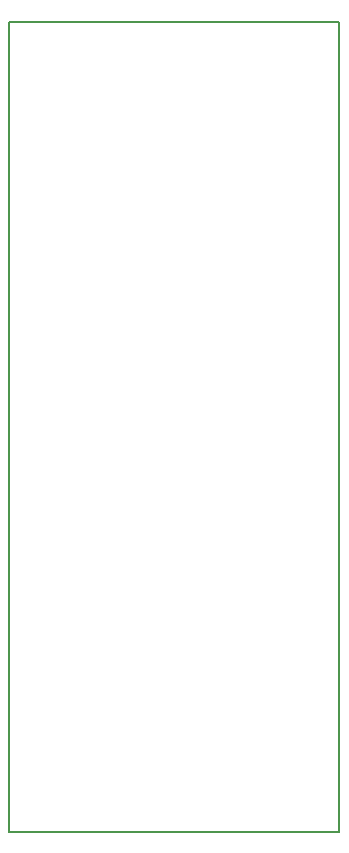
<source format=gbr>
%TF.GenerationSoftware,KiCad,Pcbnew,7.0.7-7.0.7~ubuntu22.04.1*%
%TF.CreationDate,2023-09-04T23:59:45-04:00*%
%TF.ProjectId,fd50to34,66643530-746f-4333-942e-6b696361645f,rev?*%
%TF.SameCoordinates,Original*%
%TF.FileFunction,Profile,NP*%
%FSLAX46Y46*%
G04 Gerber Fmt 4.6, Leading zero omitted, Abs format (unit mm)*
G04 Created by KiCad (PCBNEW 7.0.7-7.0.7~ubuntu22.04.1) date 2023-09-04 23:59:45*
%MOMM*%
%LPD*%
G01*
G04 APERTURE LIST*
%TA.AperFunction,Profile*%
%ADD10C,0.200000*%
%TD*%
G04 APERTURE END LIST*
D10*
X-3810000Y3810000D02*
X24130000Y3810000D01*
X24130000Y-64770000D01*
X-3810000Y-64770000D01*
X-3810000Y3810000D01*
M02*

</source>
